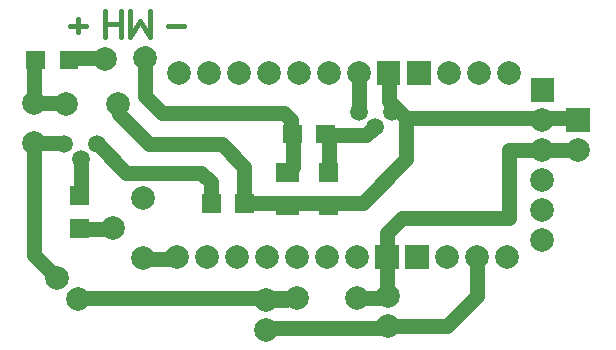
<source format=gbr>
%FSLAX32Y32*%
%MOMM*%
%LNKUPFERSEITE1*%
G71*
G01*
%ADD10C, 1.50*%
%ADD11C, 2.00*%
%ADD12C, 1.30*%
%ADD13C, 0.40*%
%LPD*%
X2906Y2112D02*
G54D10*
D03*
X3046Y1985D02*
G54D10*
D03*
X3186Y2112D02*
G54D10*
D03*
X868Y2186D02*
G54D11*
D03*
X690Y1841D02*
G54D10*
D03*
X550Y1714D02*
G54D10*
D03*
X410Y1841D02*
G54D10*
D03*
X823Y1133D02*
G54D11*
D03*
X1077Y1387D02*
G54D11*
D03*
X1077Y879D02*
G54D11*
D03*
X3154Y306D02*
G54D11*
D03*
X3154Y555D02*
G54D11*
D03*
G54D12*
X2212Y520D02*
X2288Y520D01*
X2123Y271D02*
G54D11*
D03*
X2123Y520D02*
G54D11*
D03*
G36*
X4862Y2147D02*
X4862Y1947D01*
X4662Y1947D01*
X4662Y2147D01*
X4862Y2147D01*
G37*
X4762Y1793D02*
G54D11*
D03*
G36*
X3258Y2344D02*
X3058Y2344D01*
X3058Y2544D01*
X3258Y2544D01*
X3258Y2344D01*
G37*
X2904Y2444D02*
G54D11*
D03*
X2650Y2444D02*
G54D11*
D03*
X2396Y2444D02*
G54D11*
D03*
X2142Y2444D02*
G54D11*
D03*
X1888Y2444D02*
G54D11*
D03*
X1634Y2444D02*
G54D11*
D03*
X1380Y2444D02*
G54D11*
D03*
G36*
X3242Y788D02*
X3042Y788D01*
X3042Y988D01*
X3242Y988D01*
X3242Y788D01*
G37*
X2888Y888D02*
G54D11*
D03*
X2634Y888D02*
G54D11*
D03*
X2380Y888D02*
G54D11*
D03*
X2126Y888D02*
G54D11*
D03*
X1872Y888D02*
G54D11*
D03*
X1618Y888D02*
G54D11*
D03*
X1364Y888D02*
G54D11*
D03*
G36*
X4560Y2402D02*
X4560Y2202D01*
X4360Y2202D01*
X4360Y2402D01*
X4560Y2402D01*
G37*
X4460Y2048D02*
G54D11*
D03*
X4460Y1794D02*
G54D11*
D03*
X4460Y1540D02*
G54D11*
D03*
X4460Y1286D02*
G54D11*
D03*
X4460Y1032D02*
G54D11*
D03*
G36*
X3313Y2544D02*
X3513Y2544D01*
X3513Y2344D01*
X3313Y2344D01*
X3313Y2544D01*
G37*
X3667Y2444D02*
G54D11*
D03*
X3921Y2444D02*
G54D11*
D03*
X4175Y2444D02*
G54D11*
D03*
G36*
X3297Y989D02*
X3497Y989D01*
X3497Y789D01*
X3297Y789D01*
X3297Y989D01*
G37*
X3651Y889D02*
G54D11*
D03*
X3905Y889D02*
G54D11*
D03*
X4159Y889D02*
G54D11*
D03*
G54D12*
X1365Y873D02*
X1064Y873D01*
G54D12*
X3143Y889D02*
X3143Y1095D01*
X3270Y1222D01*
X3905Y1222D01*
G54D12*
X4175Y1794D02*
X4175Y1222D01*
X3826Y1222D01*
G54D12*
X3159Y2444D02*
X3159Y2206D01*
X3302Y2063D01*
X4778Y2063D01*
G36*
X2706Y1849D02*
X2546Y1849D01*
X2546Y2009D01*
X2706Y2009D01*
X2706Y1849D01*
G37*
G36*
X2426Y1849D02*
X2266Y1849D01*
X2266Y2009D01*
X2426Y2009D01*
X2426Y1849D01*
G37*
G36*
X2571Y1240D02*
X2571Y1400D01*
X2731Y1400D01*
X2731Y1240D01*
X2571Y1240D01*
G37*
G36*
X2571Y1520D02*
X2571Y1680D01*
X2731Y1680D01*
X2731Y1520D01*
X2571Y1520D01*
G37*
G36*
X2403Y1681D02*
X2403Y1521D01*
X2203Y1521D01*
X2203Y1681D01*
X2403Y1681D01*
G37*
G36*
X2403Y1401D02*
X2403Y1241D01*
X2203Y1241D01*
X2203Y1401D01*
X2403Y1401D01*
G37*
X1092Y2572D02*
G54D11*
D03*
G54D13*
X464Y2846D02*
X597Y2846D01*
G54D13*
X531Y2902D02*
X531Y2791D01*
G54D13*
X756Y2749D02*
X756Y2971D01*
G54D13*
X889Y2749D02*
X889Y2971D01*
G54D13*
X756Y2860D02*
X889Y2860D01*
G54D13*
X967Y2971D02*
X967Y2749D01*
X1050Y2888D01*
X1134Y2749D01*
X1134Y2971D01*
G54D13*
X1293Y2846D02*
X1426Y2846D01*
G54D12*
X2302Y1349D02*
X1968Y1349D01*
G36*
X462Y1047D02*
X462Y1207D01*
X622Y1207D01*
X622Y1047D01*
X462Y1047D01*
G37*
G36*
X462Y1327D02*
X462Y1487D01*
X622Y1487D01*
X622Y1327D01*
X462Y1327D01*
G37*
G54D12*
X810Y1127D02*
X524Y1127D01*
G36*
X1575Y1419D02*
X1735Y1419D01*
X1735Y1259D01*
X1575Y1259D01*
X1575Y1419D01*
G37*
G36*
X1855Y1419D02*
X2015Y1419D01*
X2015Y1259D01*
X1855Y1259D01*
X1855Y1419D01*
G37*
X423Y2187D02*
G54D11*
D03*
G36*
X532Y2476D02*
X372Y2476D01*
X372Y2636D01*
X532Y2636D01*
X532Y2476D01*
G37*
G36*
X252Y2476D02*
X92Y2476D01*
X92Y2636D01*
X252Y2636D01*
X252Y2476D01*
G37*
X757Y2568D02*
G54D11*
D03*
G54D12*
X2889Y539D02*
X3143Y539D01*
X3143Y904D01*
G54D12*
X4762Y1794D02*
X4175Y1794D01*
G54D12*
X3905Y889D02*
X3905Y555D01*
X3651Y301D01*
X3159Y301D01*
X2889Y539D02*
G54D11*
D03*
X2381Y539D02*
G54D11*
D03*
G54D12*
X2381Y539D02*
X2127Y539D01*
X2111Y524D01*
X2127Y539D01*
X572Y539D01*
G54D12*
X2111Y285D02*
X3143Y285D01*
X3159Y301D01*
G54D12*
X2905Y2444D02*
X2905Y2159D01*
X159Y1857D02*
G54D11*
D03*
X159Y2190D02*
G54D11*
D03*
X350Y706D02*
G54D11*
D03*
X526Y530D02*
G54D11*
D03*
G54D12*
X2651Y1635D02*
X2651Y1936D01*
G54D12*
X2350Y1920D02*
X2350Y1651D01*
G54D12*
X2350Y1349D02*
X2715Y1349D01*
G54D12*
X2699Y1349D02*
X2937Y1349D01*
X3302Y1714D01*
X3302Y2063D01*
G54D12*
X1095Y2619D02*
X1095Y2254D01*
X1238Y2111D01*
X2080Y2111D01*
G54D12*
X556Y1714D02*
X556Y1412D01*
G54D12*
X683Y1841D02*
X698Y1841D01*
X937Y1603D01*
X1572Y1603D01*
X1651Y1524D01*
X1651Y1365D01*
G54D12*
X159Y1857D02*
X397Y1857D01*
X413Y1841D01*
G54D12*
X159Y1857D02*
X159Y904D01*
X349Y714D01*
G54D12*
X2334Y1936D02*
X2334Y2048D01*
X2270Y2111D01*
X1984Y2111D01*
G54D12*
X3032Y1984D02*
X2969Y1920D01*
X2635Y1920D01*
G54D12*
X159Y2190D02*
X159Y2556D01*
G54D12*
X413Y2190D02*
X159Y2190D01*
G54D12*
X873Y2174D02*
X873Y2095D01*
X1127Y1841D01*
X1746Y1841D01*
X1937Y1651D01*
X1937Y1349D01*
G54D12*
X762Y2571D02*
X460Y2571D01*
M02*

</source>
